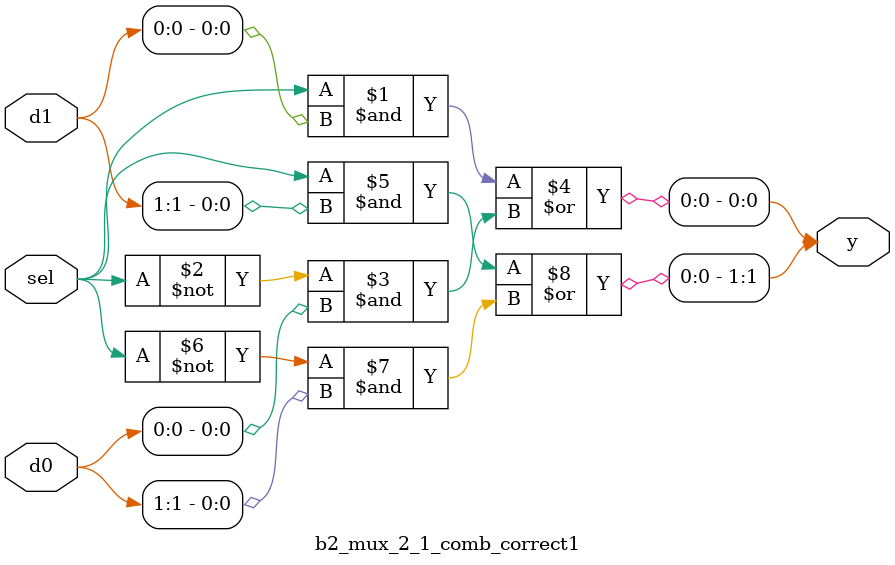
<source format=v>
`timescale 1ns / 1ps


module b2_mux_2_1_comb_correct1(
    input [1:0] d0,
    input [1:0] d1,
    input sel,
    output [1:0] y
    );
    assign y[0] = (sel & d1[0]) | ((~sel) & d0[0]);
    assign y[1] = (sel & d1[1]) | ((~sel) & d0[1]);
endmodule

</source>
